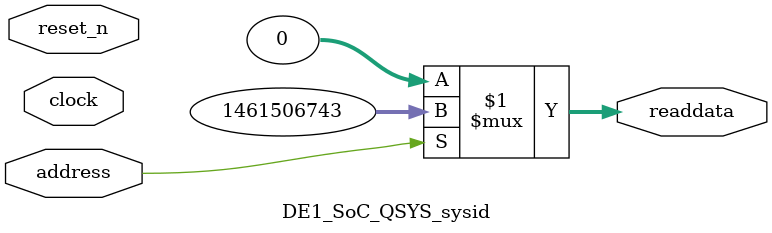
<source format=v>



// synthesis translate_off
`timescale 1ns / 1ps
// synthesis translate_on

// turn off superfluous verilog processor warnings 
// altera message_level Level1 
// altera message_off 10034 10035 10036 10037 10230 10240 10030 

module DE1_SoC_QSYS_sysid (
               // inputs:
                address,
                clock,
                reset_n,

               // outputs:
                readdata
             )
;

  output  [ 31: 0] readdata;
  input            address;
  input            clock;
  input            reset_n;

  wire    [ 31: 0] readdata;
  //control_slave, which is an e_avalon_slave
  assign readdata = address ? 1461506743 : 0;

endmodule




</source>
